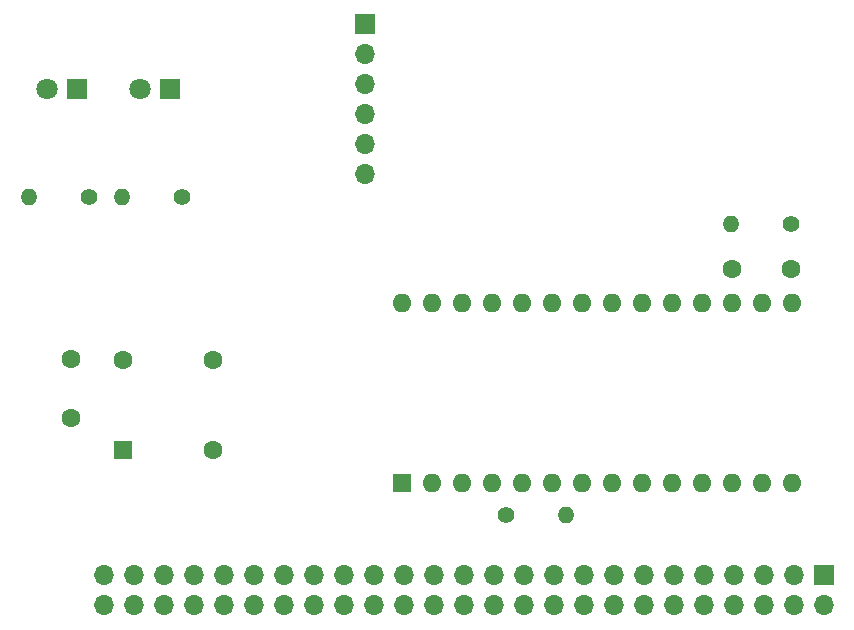
<source format=gbr>
%TF.GenerationSoftware,KiCad,Pcbnew,(5.1.10-1-10_14)*%
%TF.CreationDate,2021-08-30T23:31:41+02:00*%
%TF.ProjectId,serial_board,73657269-616c-45f6-926f-6172642e6b69,rev?*%
%TF.SameCoordinates,Original*%
%TF.FileFunction,Soldermask,Top*%
%TF.FilePolarity,Negative*%
%FSLAX46Y46*%
G04 Gerber Fmt 4.6, Leading zero omitted, Abs format (unit mm)*
G04 Created by KiCad (PCBNEW (5.1.10-1-10_14)) date 2021-08-30 23:31:41*
%MOMM*%
%LPD*%
G01*
G04 APERTURE LIST*
%ADD10C,1.800000*%
%ADD11R,1.800000X1.800000*%
%ADD12O,1.400000X1.400000*%
%ADD13C,1.400000*%
%ADD14C,1.600000*%
%ADD15R,1.600000X1.600000*%
%ADD16O,1.600000X1.600000*%
%ADD17O,1.700000X1.700000*%
%ADD18R,1.700000X1.700000*%
G04 APERTURE END LIST*
D10*
%TO.C,D2*%
X20320000Y47752000D03*
D11*
X22860000Y47752000D03*
%TD*%
D10*
%TO.C,D1*%
X12446000Y47752000D03*
D11*
X14986000Y47752000D03*
%TD*%
D12*
%TO.C,R4*%
X70358000Y36322000D03*
D13*
X75438000Y36322000D03*
%TD*%
D12*
%TO.C,R3*%
X56388000Y11684000D03*
D13*
X51308000Y11684000D03*
%TD*%
D12*
%TO.C,R2*%
X18796000Y38608000D03*
D13*
X23876000Y38608000D03*
%TD*%
D12*
%TO.C,R1*%
X10922000Y38608000D03*
D13*
X16002000Y38608000D03*
%TD*%
D14*
%TO.C,C2*%
X70438000Y32512000D03*
X75438000Y32512000D03*
%TD*%
%TO.C,C1*%
X14478000Y19892000D03*
X14478000Y24892000D03*
%TD*%
%TO.C,X1*%
X26543000Y17145000D03*
X26543000Y24765000D03*
X18923000Y24765000D03*
D15*
X18923000Y17145000D03*
%TD*%
D16*
%TO.C,U1*%
X42545000Y29591000D03*
X75565000Y14351000D03*
X45085000Y29591000D03*
X73025000Y14351000D03*
X47625000Y29591000D03*
X70485000Y14351000D03*
X50165000Y29591000D03*
X67945000Y14351000D03*
X52705000Y29591000D03*
X65405000Y14351000D03*
X55245000Y29591000D03*
X62865000Y14351000D03*
X57785000Y29591000D03*
X60325000Y14351000D03*
X60325000Y29591000D03*
X57785000Y14351000D03*
X62865000Y29591000D03*
X55245000Y14351000D03*
X65405000Y29591000D03*
X52705000Y14351000D03*
X67945000Y29591000D03*
X50165000Y14351000D03*
X70485000Y29591000D03*
X47625000Y14351000D03*
X73025000Y29591000D03*
X45085000Y14351000D03*
X75565000Y29591000D03*
D15*
X42545000Y14351000D03*
%TD*%
D17*
%TO.C,J2*%
X39370000Y40513000D03*
X39370000Y43053000D03*
X39370000Y45593000D03*
X39370000Y48133000D03*
X39370000Y50673000D03*
D18*
X39370000Y53213000D03*
%TD*%
D17*
%TO.C,J1*%
X17272000Y4064000D03*
X17272000Y6604000D03*
X19812000Y4064000D03*
X19812000Y6604000D03*
X22352000Y4064000D03*
X22352000Y6604000D03*
X24892000Y4064000D03*
X24892000Y6604000D03*
X27432000Y4064000D03*
X27432000Y6604000D03*
X29972000Y4064000D03*
X29972000Y6604000D03*
X32512000Y4064000D03*
X32512000Y6604000D03*
X35052000Y4064000D03*
X35052000Y6604000D03*
X37592000Y4064000D03*
X37592000Y6604000D03*
X40132000Y4064000D03*
X40132000Y6604000D03*
X42672000Y4064000D03*
X42672000Y6604000D03*
X45212000Y4064000D03*
X45212000Y6604000D03*
X47752000Y4064000D03*
X47752000Y6604000D03*
X50292000Y4064000D03*
X50292000Y6604000D03*
X52832000Y4064000D03*
X52832000Y6604000D03*
X55372000Y4064000D03*
X55372000Y6604000D03*
X57912000Y4064000D03*
X57912000Y6604000D03*
X60452000Y4064000D03*
X60452000Y6604000D03*
X62992000Y4064000D03*
X62992000Y6604000D03*
X65532000Y4064000D03*
X65532000Y6604000D03*
X68072000Y4064000D03*
X68072000Y6604000D03*
X70612000Y4064000D03*
X70612000Y6604000D03*
X73152000Y4064000D03*
X73152000Y6604000D03*
X75692000Y4064000D03*
X75692000Y6604000D03*
X78232000Y4064000D03*
D18*
X78232000Y6604000D03*
%TD*%
M02*

</source>
